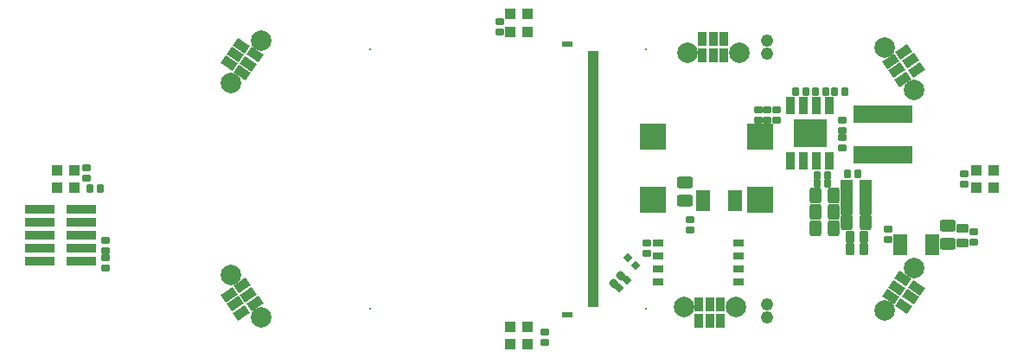
<source format=gbs>
G04*
G04 #@! TF.GenerationSoftware,Altium Limited,Altium Designer,25.7.1 (20)*
G04*
G04 Layer_Color=16711935*
%FSLAX44Y44*%
%MOMM*%
G71*
G04*
G04 #@! TF.SameCoordinates,0BC58763-356E-4A0F-A031-124E3283D0B1*
G04*
G04*
G04 #@! TF.FilePolarity,Negative*
G04*
G01*
G75*
G04:AMPARAMS|DCode=59|XSize=0.7532mm|YSize=0.8532mm|CornerRadius=0.1566mm|HoleSize=0mm|Usage=FLASHONLY|Rotation=270.000|XOffset=0mm|YOffset=0mm|HoleType=Round|Shape=RoundedRectangle|*
%AMROUNDEDRECTD59*
21,1,0.7532,0.5400,0,0,270.0*
21,1,0.4400,0.8532,0,0,270.0*
1,1,0.3132,-0.2700,-0.2200*
1,1,0.3132,-0.2700,0.2200*
1,1,0.3132,0.2700,0.2200*
1,1,0.3132,0.2700,-0.2200*
%
%ADD59ROUNDEDRECTD59*%
G04:AMPARAMS|DCode=61|XSize=0.7532mm|YSize=0.8532mm|CornerRadius=0.1566mm|HoleSize=0mm|Usage=FLASHONLY|Rotation=0.000|XOffset=0mm|YOffset=0mm|HoleType=Round|Shape=RoundedRectangle|*
%AMROUNDEDRECTD61*
21,1,0.7532,0.5400,0,0,0.0*
21,1,0.4400,0.8532,0,0,0.0*
1,1,0.3132,0.2200,-0.2700*
1,1,0.3132,-0.2200,-0.2700*
1,1,0.3132,-0.2200,0.2700*
1,1,0.3132,0.2200,0.2700*
%
%ADD61ROUNDEDRECTD61*%
G04:AMPARAMS|DCode=65|XSize=0.7532mm|YSize=0.8532mm|CornerRadius=0.1566mm|HoleSize=0mm|Usage=FLASHONLY|Rotation=45.000|XOffset=0mm|YOffset=0mm|HoleType=Round|Shape=RoundedRectangle|*
%AMROUNDEDRECTD65*
21,1,0.7532,0.5400,0,0,45.0*
21,1,0.4400,0.8532,0,0,45.0*
1,1,0.3132,0.3465,-0.0354*
1,1,0.3132,0.0354,-0.3465*
1,1,0.3132,-0.3465,0.0354*
1,1,0.3132,-0.0354,0.3465*
%
%ADD65ROUNDEDRECTD65*%
G04:AMPARAMS|DCode=70|XSize=1.1032mm|YSize=1.6032mm|CornerRadius=0.1916mm|HoleSize=0mm|Usage=FLASHONLY|Rotation=270.000|XOffset=0mm|YOffset=0mm|HoleType=Round|Shape=RoundedRectangle|*
%AMROUNDEDRECTD70*
21,1,1.1032,1.2200,0,0,270.0*
21,1,0.7200,1.6032,0,0,270.0*
1,1,0.3832,-0.6100,-0.3600*
1,1,0.3832,-0.6100,0.3600*
1,1,0.3832,0.6100,0.3600*
1,1,0.3832,0.6100,-0.3600*
%
%ADD70ROUNDEDRECTD70*%
G04:AMPARAMS|DCode=71|XSize=0.9032mm|YSize=1.2032mm|CornerRadius=0.1716mm|HoleSize=0mm|Usage=FLASHONLY|Rotation=270.000|XOffset=0mm|YOffset=0mm|HoleType=Round|Shape=RoundedRectangle|*
%AMROUNDEDRECTD71*
21,1,0.9032,0.8600,0,0,270.0*
21,1,0.5600,1.2032,0,0,270.0*
1,1,0.3432,-0.4300,-0.2800*
1,1,0.3432,-0.4300,0.2800*
1,1,0.3432,0.4300,0.2800*
1,1,0.3432,0.4300,-0.2800*
%
%ADD71ROUNDEDRECTD71*%
G04:AMPARAMS|DCode=76|XSize=0.9032mm|YSize=1.2032mm|CornerRadius=0.1716mm|HoleSize=0mm|Usage=FLASHONLY|Rotation=180.000|XOffset=0mm|YOffset=0mm|HoleType=Round|Shape=RoundedRectangle|*
%AMROUNDEDRECTD76*
21,1,0.9032,0.8600,0,0,180.0*
21,1,0.5600,1.2032,0,0,180.0*
1,1,0.3432,-0.2800,0.4300*
1,1,0.3432,0.2800,0.4300*
1,1,0.3432,0.2800,-0.4300*
1,1,0.3432,-0.2800,-0.4300*
%
%ADD76ROUNDEDRECTD76*%
G04:AMPARAMS|DCode=77|XSize=1.1032mm|YSize=1.6032mm|CornerRadius=0.1916mm|HoleSize=0mm|Usage=FLASHONLY|Rotation=180.000|XOffset=0mm|YOffset=0mm|HoleType=Round|Shape=RoundedRectangle|*
%AMROUNDEDRECTD77*
21,1,1.1032,1.2200,0,0,180.0*
21,1,0.7200,1.6032,0,0,180.0*
1,1,0.3832,-0.3600,0.6100*
1,1,0.3832,0.3600,0.6100*
1,1,0.3832,0.3600,-0.6100*
1,1,0.3832,-0.3600,-0.6100*
%
%ADD77ROUNDEDRECTD77*%
%ADD82R,1.0032X0.5032*%
%ADD98C,2.0032*%
%ADD99C,1.2252*%
%ADD100C,0.2032*%
G04:AMPARAMS|DCode=126|XSize=0.9032mm|YSize=1.4032mm|CornerRadius=0mm|HoleSize=0mm|Usage=FLASHONLY|Rotation=125.000|XOffset=0mm|YOffset=0mm|HoleType=Round|Shape=Rectangle|*
%AMROTATEDRECTD126*
4,1,4,0.8338,0.0325,-0.3157,-0.7724,-0.8338,-0.0325,0.3157,0.7724,0.8338,0.0325,0.0*
%
%ADD126ROTATEDRECTD126*%

%ADD127R,0.9032X1.4032*%
%ADD128R,1.1032X1.1032*%
%ADD129R,1.3532X2.0032*%
G04:AMPARAMS|DCode=130|XSize=0.9032mm|YSize=1.4032mm|CornerRadius=0mm|HoleSize=0mm|Usage=FLASHONLY|Rotation=55.000|XOffset=0mm|YOffset=0mm|HoleType=Round|Shape=Rectangle|*
%AMROTATEDRECTD130*
4,1,4,0.3157,-0.7724,-0.8338,0.0325,-0.3157,0.7724,0.8338,-0.0325,0.3157,-0.7724,0.0*
%
%ADD130ROTATEDRECTD130*%

%ADD131R,1.0532X0.6532*%
%ADD132R,1.1032X1.1032*%
%ADD133R,2.9932X0.9432*%
%ADD134R,2.6532X2.5532*%
G04:AMPARAMS|DCode=135|XSize=0.7032mm|YSize=0.6232mm|CornerRadius=0mm|HoleSize=0mm|Usage=FLASHONLY|Rotation=315.000|XOffset=0mm|YOffset=0mm|HoleType=Round|Shape=Rectangle|*
%AMROTATEDRECTD135*
4,1,4,-0.4690,0.0283,-0.0283,0.4690,0.4690,-0.0283,0.0283,-0.4690,-0.4690,0.0283,0.0*
%
%ADD135ROTATEDRECTD135*%

G04:AMPARAMS|DCode=136|XSize=0.7032mm|YSize=0.6232mm|CornerRadius=0mm|HoleSize=0mm|Usage=FLASHONLY|Rotation=45.000|XOffset=0mm|YOffset=0mm|HoleType=Round|Shape=Rectangle|*
%AMROTATEDRECTD136*
4,1,4,-0.0283,-0.4690,-0.4690,-0.0283,0.0283,0.4690,0.4690,0.0283,-0.0283,-0.4690,0.0*
%
%ADD136ROTATEDRECTD136*%

%ADD137R,3.3032X2.8032*%
%ADD138R,0.8532X1.7282*%
%ADD139R,1.3032X1.6532*%
%ADD140R,5.8032X1.7532*%
%ADD141R,1.0032X0.6032*%
D59*
X929949Y5028D02*
D03*
X661453Y-39538D02*
D03*
X938934Y-61546D02*
D03*
X619438Y-62506D02*
D03*
X519390Y-150152D02*
D03*
X475051Y143972D02*
D03*
X70223Y1201D02*
D03*
X929950Y-4976D02*
D03*
X519392Y-160156D02*
D03*
X89093Y-87284D02*
D03*
X88750Y-60222D02*
D03*
X70222Y11205D02*
D03*
X475050Y153976D02*
D03*
X619439Y-72511D02*
D03*
X727972Y57706D02*
D03*
X855072Y-49342D02*
D03*
X810073Y30654D02*
D03*
X938933Y-51542D02*
D03*
X810072Y40658D02*
D03*
X855073Y-59346D02*
D03*
X810073Y47654D02*
D03*
X810072Y57658D02*
D03*
X746072Y67658D02*
D03*
X746073Y57654D02*
D03*
X737072Y67658D02*
D03*
X737073Y57654D02*
D03*
X727971Y67710D02*
D03*
X661454Y-49542D02*
D03*
X88750Y-70226D02*
D03*
X89093Y-77280D02*
D03*
D61*
X73722Y-9000D02*
D03*
X765046Y85732D02*
D03*
X795998Y-4368D02*
D03*
X795998Y3632D02*
D03*
X815702Y4915D02*
D03*
X825706Y4916D02*
D03*
X785994Y3631D02*
D03*
Y-4369D02*
D03*
X803046Y85732D02*
D03*
X813050Y85733D02*
D03*
X784046Y85732D02*
D03*
X794050Y85733D02*
D03*
X775050D02*
D03*
X83726Y-9000D02*
D03*
D65*
X593729Y-95194D02*
D03*
X586656Y-102268D02*
D03*
D70*
X914022Y-63318D02*
D03*
X656022Y-3318D02*
D03*
X914022Y-45318D02*
D03*
X656022Y-21318D02*
D03*
D71*
X928067Y-62351D02*
D03*
Y-48351D02*
D03*
D76*
X818022Y-56318D02*
D03*
Y-68318D02*
D03*
X832022D02*
D03*
Y-56318D02*
D03*
D77*
X802022Y-48318D02*
D03*
Y-32318D02*
D03*
Y-16318D02*
D03*
X815022Y-42318D02*
D03*
X833022D02*
D03*
X784022Y-16318D02*
D03*
Y-32318D02*
D03*
Y-48318D02*
D03*
D82*
X566572Y-117588D02*
D03*
X566572Y-112588D02*
D03*
Y-122588D02*
D03*
Y-107588D02*
D03*
Y-102588D02*
D03*
Y-97588D02*
D03*
X566572Y-92588D02*
D03*
Y-87588D02*
D03*
X566572Y-82588D02*
D03*
Y-77588D02*
D03*
Y-72588D02*
D03*
Y-67588D02*
D03*
Y-62588D02*
D03*
Y-57588D02*
D03*
X566572Y-52588D02*
D03*
Y-47588D02*
D03*
X566572Y-42588D02*
D03*
Y-37588D02*
D03*
X566572Y-32588D02*
D03*
X566572Y-27588D02*
D03*
Y-22588D02*
D03*
X566572Y-17588D02*
D03*
Y-12588D02*
D03*
Y-7588D02*
D03*
X566572Y-2588D02*
D03*
Y2412D02*
D03*
X566572Y7412D02*
D03*
Y12412D02*
D03*
Y17412D02*
D03*
X566572Y22412D02*
D03*
Y27412D02*
D03*
Y32412D02*
D03*
Y37412D02*
D03*
Y42412D02*
D03*
X566572Y47412D02*
D03*
Y52412D02*
D03*
X566572Y57412D02*
D03*
Y62412D02*
D03*
Y67412D02*
D03*
Y72412D02*
D03*
Y77412D02*
D03*
Y82412D02*
D03*
X566572Y87412D02*
D03*
Y92412D02*
D03*
Y97412D02*
D03*
X566572Y102412D02*
D03*
Y107412D02*
D03*
Y112412D02*
D03*
X566572Y117412D02*
D03*
X566572Y122412D02*
D03*
D98*
X241296Y-135553D02*
D03*
X212158Y-93940D02*
D03*
Y93786D02*
D03*
X241296Y135399D02*
D03*
X706025Y-125631D02*
D03*
X655225D02*
D03*
X851772Y128953D02*
D03*
X880910Y87340D02*
D03*
X880912Y-87204D02*
D03*
X851774Y-128817D02*
D03*
X709582Y123842D02*
D03*
X658782D02*
D03*
D99*
X736750Y123000D02*
D03*
Y135700D02*
D03*
X736778Y-135528D02*
D03*
Y-122828D02*
D03*
D100*
X618522Y-127318D02*
D03*
Y127322D02*
D03*
X348312D02*
D03*
Y-127318D02*
D03*
D126*
X883104Y106871D02*
D03*
X209963Y-113471D02*
D03*
X870818Y124417D02*
D03*
X876961Y115644D02*
D03*
X863855Y106467D02*
D03*
X869998Y97694D02*
D03*
X857712Y115240D02*
D03*
X235356Y-121840D02*
D03*
X223070Y-104294D02*
D03*
X229213Y-113067D02*
D03*
X216106Y-122244D02*
D03*
X222249Y-131017D02*
D03*
D127*
X694842Y136842D02*
D03*
X669965Y-138631D02*
D03*
X673422Y120842D02*
D03*
X694842D02*
D03*
X684132D02*
D03*
Y136842D02*
D03*
X673422D02*
D03*
X691385Y-138631D02*
D03*
X680675D02*
D03*
Y-122631D02*
D03*
X669965D02*
D03*
X691385D02*
D03*
D128*
X941500Y8500D02*
D03*
X58500Y-8500D02*
D03*
X41500Y8500D02*
D03*
X958500Y-8500D02*
D03*
X58500Y8500D02*
D03*
X41500Y-8500D02*
D03*
X958500Y8500D02*
D03*
X941500Y-8500D02*
D03*
D129*
X898750Y-64000D02*
D03*
X867250D02*
D03*
X705772Y-21318D02*
D03*
X674272D02*
D03*
D130*
X870878Y-124199D02*
D03*
X222192Y130781D02*
D03*
X870057Y-97476D02*
D03*
X857771Y-115022D02*
D03*
X863914Y-106249D02*
D03*
X877021Y-115426D02*
D03*
X883164Y-106653D02*
D03*
X209906Y113235D02*
D03*
X216049Y122008D02*
D03*
X229156Y112831D02*
D03*
X235299Y121604D02*
D03*
X223013Y104058D02*
D03*
D131*
X630250Y-62450D02*
D03*
X709250Y-100550D02*
D03*
X709250Y-62450D02*
D03*
X709250Y-75150D02*
D03*
X709250Y-87850D02*
D03*
X630250Y-100550D02*
D03*
Y-87850D02*
D03*
X630250Y-75150D02*
D03*
D132*
X502000Y-144348D02*
D03*
X485000Y144350D02*
D03*
X502000Y161350D02*
D03*
X485000Y-161348D02*
D03*
X502000D02*
D03*
X485000Y-144348D02*
D03*
Y161350D02*
D03*
X502000Y144350D02*
D03*
D133*
X24650Y-80400D02*
D03*
Y-29600D02*
D03*
X24650Y-55000D02*
D03*
X24650Y-67700D02*
D03*
X65350Y-42300D02*
D03*
Y-80400D02*
D03*
Y-67700D02*
D03*
X65350Y-55000D02*
D03*
X24650Y-42300D02*
D03*
X65350Y-29600D02*
D03*
D134*
X625022Y41682D02*
D03*
X730022D02*
D03*
Y-20318D02*
D03*
X625022D02*
D03*
D135*
X607962Y-84712D02*
D03*
X600538Y-77288D02*
D03*
D136*
X599761Y-99422D02*
D03*
X592336Y-106846D02*
D03*
D137*
X779022Y44682D02*
D03*
D138*
X798072Y17562D02*
D03*
X759972D02*
D03*
Y71802D02*
D03*
X772672Y71802D02*
D03*
X785372Y71802D02*
D03*
X798072Y71802D02*
D03*
X772672Y17562D02*
D03*
X785372D02*
D03*
D139*
X815022Y-26318D02*
D03*
Y-9318D02*
D03*
X833022D02*
D03*
Y-26318D02*
D03*
D140*
X850022Y63932D02*
D03*
Y23432D02*
D03*
D141*
X541572Y-132588D02*
D03*
Y132412D02*
D03*
M02*

</source>
